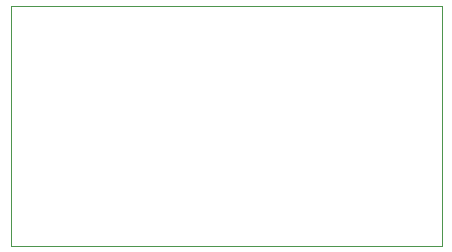
<source format=gko>
G75*
%MOIN*%
%OFA0B0*%
%FSLAX25Y25*%
%IPPOS*%
%LPD*%
%AMOC8*
5,1,8,0,0,1.08239X$1,22.5*
%
%ADD10C,0.00000*%
D10*
X0001000Y0001000D02*
X0001000Y0080961D01*
X0144701Y0080961D01*
X0144701Y0001000D01*
X0001000Y0001000D01*
M02*

</source>
